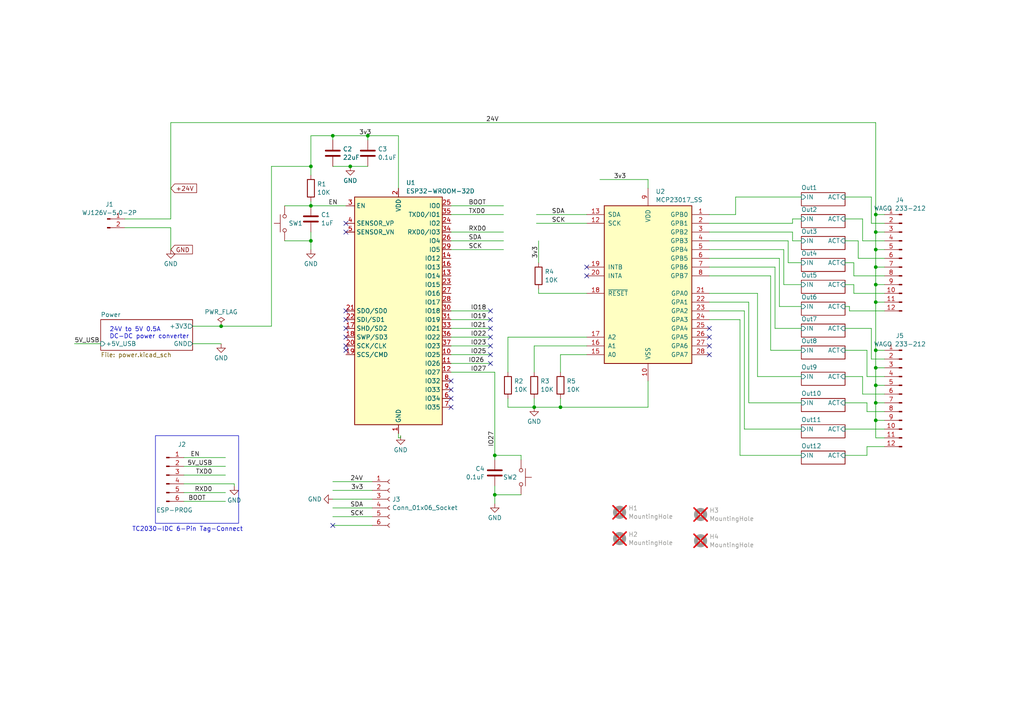
<source format=kicad_sch>
(kicad_sch (version 20231120) (generator "eeschema") (generator_version "8.0")
  (paper "A4")
  (lib_symbols
    (symbol "Connector:Conn_01x02_Pin" (pin_names (offset 1.016) hide)
      (property "Reference" "J" (at 0 2.54 0))
      (property "Value" "Conn_01x02_Pin" (at 0 -5.08 0))
      (symbol "Conn_01x02_Pin_1_1"
        (polyline (pts (xy 1.27 -2.54) (xy 0.8636 -2.54)) (stroke (width 0.1524)))
        (polyline (pts (xy 1.27 0) (xy 0.8636 0)) (stroke (width 0.1524)))
        (rectangle (start 0.8636 -2.413) (end 0 -2.667) (stroke (width 0.1524)) (fill (type outline)))
        (rectangle (start 0.8636 0.127) (end 0 -0.127) (stroke (width 0.1524)) (fill (type outline)))
        (pin passive line (at 5.08 0 180) (length 3.81) (name "Pin_1") (number "1"))
        (pin passive line (at 5.08 -2.54 180) (length 3.81) (name "Pin_2") (number "2"))
      )
    )
    (symbol "Connector:Conn_01x06_Pin" (pin_names (offset 1.016) hide)
      (property "Reference" "J" (at 0 7.62 0))
      (property "Value" "Conn_01x06_Pin" (at 0 -10.16 0))
      (symbol "Conn_01x06_Pin_1_1"
        (polyline (pts (xy 1.27 -7.62) (xy 0.8636 -7.62)) (stroke (width 0.1524)))
        (polyline (pts (xy 1.27 -5.08) (xy 0.8636 -5.08)) (stroke (width 0.1524)))
        (polyline (pts (xy 1.27 -2.54) (xy 0.8636 -2.54)) (stroke (width 0.1524)))
        (polyline (pts (xy 1.27 0) (xy 0.8636 0)) (stroke (width 0.1524)))
        (polyline (pts (xy 1.27 2.54) (xy 0.8636 2.54)) (stroke (width 0.1524)))
        (polyline (pts (xy 1.27 5.08) (xy 0.8636 5.08)) (stroke (width 0.1524)))
        (rectangle (start 0.8636 -7.493) (end 0 -7.747) (stroke (width 0.1524)) (fill (type outline)))
        (rectangle (start 0.8636 -4.953) (end 0 -5.207) (stroke (width 0.1524)) (fill (type outline)))
        (rectangle (start 0.8636 -2.413) (end 0 -2.667) (stroke (width 0.1524)) (fill (type outline)))
        (rectangle (start 0.8636 0.127) (end 0 -0.127) (stroke (width 0.1524)) (fill (type outline)))
        (rectangle (start 0.8636 2.667) (end 0 2.413) (stroke (width 0.1524)) (fill (type outline)))
        (rectangle (start 0.8636 5.207) (end 0 4.953) (stroke (width 0.1524)) (fill (type outline)))
        (pin passive line (at 5.08 5.08 180) (length 3.81) (name "Pin_1") (number "1"))
        (pin passive line (at 5.08 2.54 180) (length 3.81) (name "Pin_2") (number "2"))
        (pin passive line (at 5.08 0 180) (length 3.81) (name "Pin_3") (number "3"))
        (pin passive line (at 5.08 -2.54 180) (length 3.81) (name "Pin_4") (number "4"))
        (pin passive line (at 5.08 -5.08 180) (length 3.81) (name "Pin_5") (number "5"))
        (pin passive line (at 5.08 -7.62 180) (length 3.81) (name "Pin_6") (number "6"))
      )
    )
    (symbol "Connector:Conn_01x06_Socket" (pin_names (offset 1.016) hide)
      (property "Reference" "J" (at 0 7.62 0))
      (property "Value" "Conn_01x06_Socket" (at 0 -10.16 0))
      (symbol "Conn_01x06_Socket_1_1"
        (arc (start 0 -7.112) (mid -0.5058 -7.62) (end 0 -8.128) (stroke (width 0.1524)))
        (arc (start 0 -4.572) (mid -0.5058 -5.08) (end 0 -5.588) (stroke (width 0.1524)))
        (arc (start 0 -2.032) (mid -0.5058 -2.54) (end 0 -3.048) (stroke (width 0.1524)))
        (polyline (pts (xy -1.27 -7.62) (xy -0.508 -7.62)) (stroke (width 0.1524)))
        (polyline (pts (xy -1.27 -5.08) (xy -0.508 -5.08)) (stroke (width 0.1524)))
        (polyline (pts (xy -1.27 -2.54) (xy -0.508 -2.54)) (stroke (width 0.1524)))
        (polyline (pts (xy -1.27 0) (xy -0.508 0)) (stroke (width 0.1524)))
        (polyline (pts (xy -1.27 2.54) (xy -0.508 2.54)) (stroke (width 0.1524)))
        (polyline (pts (xy -1.27 5.08) (xy -0.508 5.08)) (stroke (width 0.1524)))
        (arc (start 0 0.508) (mid -0.5058 0) (end 0 -0.508) (stroke (width 0.1524)))
        (arc (start 0 3.048) (mid -0.5058 2.54) (end 0 2.032) (stroke (width 0.1524)))
        (arc (start 0 5.588) (mid -0.5058 5.08) (end 0 4.572) (stroke (width 0.1524)))
        (pin passive line (at -5.08 5.08 0) (length 3.81) (name "Pin_1") (number "1"))
        (pin passive line (at -5.08 2.54 0) (length 3.81) (name "Pin_2") (number "2"))
        (pin passive line (at -5.08 0 0) (length 3.81) (name "Pin_3") (number "3"))
        (pin passive line (at -5.08 -2.54 0) (length 3.81) (name "Pin_4") (number "4"))
        (pin passive line (at -5.08 -5.08 0) (length 3.81) (name "Pin_5") (number "5"))
        (pin passive line (at -5.08 -7.62 0) (length 3.81) (name "Pin_6") (number "6"))
      )
    )
    (symbol "Connector:Conn_01x12_Pin" (pin_names (offset 1.016) hide)
      (property "Reference" "J" (at 0 15.24 0))
      (property "Value" "Conn_01x12_Pin" (at 0 -17.78 0))
      (symbol "Conn_01x12_Pin_1_1"
        (polyline (pts (xy 1.27 -15.24) (xy 0.8636 -15.24)) (stroke (width 0.1524)))
        (polyline (pts (xy 1.27 -12.7) (xy 0.8636 -12.7)) (stroke (width 0.1524)))
        (polyline (pts (xy 1.27 -10.16) (xy 0.8636 -10.16)) (stroke (width 0.1524)))
        (polyline (pts (xy 1.27 -7.62) (xy 0.8636 -7.62)) (stroke (width 0.1524)))
        (polyline (pts (xy 1.27 -5.08) (xy 0.8636 -5.08)) (stroke (width 0.1524)))
        (polyline (pts (xy 1.27 -2.54) (xy 0.8636 -2.54)) (stroke (width 0.1524)))
        (polyline (pts (xy 1.27 0) (xy 0.8636 0)) (stroke (width 0.1524)))
        (polyline (pts (xy 1.27 2.54) (xy 0.8636 2.54)) (stroke (width 0.1524)))
        (polyline (pts (xy 1.27 5.08) (xy 0.8636 5.08)) (stroke (width 0.1524)))
        (polyline (pts (xy 1.27 7.62) (xy 0.8636 7.62)) (stroke (width 0.1524)))
        (polyline (pts (xy 1.27 10.16) (xy 0.8636 10.16)) (stroke (width 0.1524)))
        (polyline (pts (xy 1.27 12.7) (xy 0.8636 12.7)) (stroke (width 0.1524)))
        (rectangle (start 0.8636 -15.113) (end 0 -15.367) (stroke (width 0.1524)) (fill (type outline)))
        (rectangle (start 0.8636 -12.573) (end 0 -12.827) (stroke (width 0.1524)) (fill (type outline)))
        (rectangle (start 0.8636 -10.033) (end 0 -10.287) (stroke (width 0.1524)) (fill (type outline)))
        (rectangle (start 0.8636 -7.493) (end 0 -7.747) (stroke (width 0.1524)) (fill (type outline)))
        (rectangle (start 0.8636 -4.953) (end 0 -5.207) (stroke (width 0.1524)) (fill (type outline)))
        (rectangle (start 0.8636 -2.413) (end 0 -2.667) (stroke (width 0.1524)) (fill (type outline)))
        (rectangle (start 0.8636 0.127) (end 0 -0.127) (stroke (width 0.1524)) (fill (type outline)))
        (rectangle (start 0.8636 2.667) (end 0 2.413) (stroke (width 0.1524)) (fill (type outline)))
        (rectangle (start 0.8636 5.207) (end 0 4.953) (stroke (width 0.1524)) (fill (type outline)))
        (rectangle (start 0.8636 7.747) (end 0 7.493) (stroke (width 0.1524)) (fill (type outline)))
        (rectangle (start 0.8636 10.287) (end 0 10.033) (stroke (width 0.1524)) (fill (type outline)))
        (rectangle (start 0.8636 12.827) (end 0 12.573) (stroke (width 0.1524)) (fill (type outline)))
        (pin passive line (at 5.08 12.7 180) (length 3.81) (name "Pin_1") (number "1"))
        (pin passive line (at 5.08 -10.16 180) (length 3.81) (name "Pin_10") (number "10"))
        (pin passive line (at 5.08 -12.7 180) (length 3.81) (name "Pin_11") (number "11"))
        (pin passive line (at 5.08 -15.24 180) (length 3.81) (name "Pin_12") (number "12"))
        (pin passive line (at 5.08 10.16 180) (length 3.81) (name "Pin_2") (number "2"))
        (pin passive line (at 5.08 7.62 180) (length 3.81) (name "Pin_3") (number "3"))
        (pin passive line (at 5.08 5.08 180) (length 3.81) (name "Pin_4") (number "4"))
        (pin passive line (at 5.08 2.54 180) (length 3.81) (name "Pin_5") (number "5"))
        (pin passive line (at 5.08 0 180) (length 3.81) (name "Pin_6") (number "6"))
        (pin passive line (at 5.08 -2.54 180) (length 3.81) (name "Pin_7") (number "7"))
        (pin passive line (at 5.08 -5.08 180) (length 3.81) (name "Pin_8") (number "8"))
        (pin passive line (at 5.08 -7.62 180) (length 3.81) (name "Pin_9") (number "9"))
      )
    )
    (symbol "Device:C" (pin_numbers hide) (pin_names (offset 0.254))
      (property "Reference" "C" (at 0.635 2.54 0))
      (property "Value" "C" (at 0.635 -2.54 0))
      (symbol "C_0_1"
        (polyline (pts (xy -2.032 -0.762) (xy 2.032 -0.762)) (stroke (width 0.508)))
        (polyline (pts (xy -2.032 0.762) (xy 2.032 0.762)) (stroke (width 0.508)))
      )
      (symbol "C_1_1"
        (pin passive line (at 0 3.81 270) (length 2.794) (name "~") (number "1"))
        (pin passive line (at 0 -3.81 90) (length 2.794) (name "~") (number "2"))
      )
    )
    (symbol "Device:R" (pin_numbers hide) (pin_names (offset 0))
      (property "Reference" "R" (at 2.032 0 90))
      (property "Value" "R" (at 0 0 90))
      (symbol "R_0_1"
        (rectangle (start -1.016 -2.54) (end 1.016 2.54) (stroke (width 0.254)))
      )
      (symbol "R_1_1"
        (pin passive line (at 0 3.81 270) (length 1.27) (name "~") (number "1"))
        (pin passive line (at 0 -3.81 90) (length 1.27) (name "~") (number "2"))
      )
    )
    (symbol "Interface_Expansion:MCP23017_SS" (pin_names (offset 1.016))
      (property "Reference" "U" (at -11.43 24.13 0))
      (property "Value" "MCP23017_SS" (at 0 0 0))
      (symbol "MCP23017_SS_0_1"
        (rectangle (start -12.7 22.86) (end 12.7 -22.86) (stroke (width 0.254)) (fill (type background)))
      )
      (symbol "MCP23017_SS_1_1"
        (pin bidirectional line (at 17.78 20.32 180) (length 5.08) (name "GPB0") (number "1"))
        (pin power_in line (at 0 -27.94 90) (length 5.08) (name "VSS") (number "10"))
        (pin no_connect line (at -12.7 15.24 0) (length 5.08) hide (name "NC") (number "11"))
        (pin input line (at -17.78 17.78 0) (length 5.08) (name "SCK") (number "12"))
        (pin bidirectional line (at -17.78 20.32 0) (length 5.08) (name "SDA") (number "13"))
        (pin no_connect line (at -12.7 12.7 0) (length 5.08) hide (name "NC") (number "14"))
        (pin input line (at -17.78 -20.32 0) (length 5.08) (name "A0") (number "15"))
        (pin input line (at -17.78 -17.78 0) (length 5.08) (name "A1") (number "16"))
        (pin input line (at -17.78 -15.24 0) (length 5.08) (name "A2") (number "17"))
        (pin input line (at -17.78 -2.54 0) (length 5.08) (name "~{RESET}") (number "18"))
        (pin tri_state line (at -17.78 5.08 0) (length 5.08) (name "INTB") (number "19"))
        (pin bidirectional line (at 17.78 17.78 180) (length 5.08) (name "GPB1") (number "2"))
        (pin tri_state line (at -17.78 2.54 0) (length 5.08) (name "INTA") (number "20"))
        (pin bidirectional line (at 17.78 -2.54 180) (length 5.08) (name "GPA0") (number "21"))
        (pin bidirectional line (at 17.78 -5.08 180) (length 5.08) (name "GPA1") (number "22"))
        (pin bidirectional line (at 17.78 -7.62 180) (length 5.08) (name "GPA2") (number "23"))
        (pin bidirectional line (at 17.78 -10.16 180) (length 5.08) (name "GPA3") (number "24"))
        (pin bidirectional line (at 17.78 -12.7 180) (length 5.08) (name "GPA4") (number "25"))
        (pin bidirectional line (at 17.78 -15.24 180) (length 5.08) (name "GPA5") (number "26"))
        (pin bidirectional line (at 17.78 -17.78 180) (length 5.08) (name "GPA6") (number "27"))
        (pin bidirectional line (at 17.78 -20.32 180) (length 5.08) (name "GPA7") (number "28"))
        (pin bidirectional line (at 17.78 15.24 180) (length 5.08) (name "GPB2") (number "3"))
        (pin bidirectional line (at 17.78 12.7 180) (length 5.08) (name "GPB3") (number "4"))
        (pin bidirectional line (at 17.78 10.16 180) (length 5.08) (name "GPB4") (number "5"))
        (pin bidirectional line (at 17.78 7.62 180) (length 5.08) (name "GPB5") (number "6"))
        (pin bidirectional line (at 17.78 5.08 180) (length 5.08) (name "GPB6") (number "7"))
        (pin bidirectional line (at 17.78 2.54 180) (length 5.08) (name "GPB7") (number "8"))
        (pin power_in line (at 0 27.94 270) (length 5.08) (name "VDD") (number "9"))
      )
    )
    (symbol "Mechanical:MountingHole" (pin_names (offset 1.016))
      (property "Reference" "H" (at 0 5.08 0))
      (property "Value" "MountingHole" (at 0 3.175 0))
      (symbol "MountingHole_0_1"
        (circle (center 0 0) (radius 1.27) (stroke (width 1.27)))
      )
    )
    (symbol "RF_Module:ESP32-WROOM-32D"
      (property "Reference" "U" (at -12.7 34.29 0))
      (property "Value" "ESP32-WROOM-32D" (at 1.27 34.29 0))
      (symbol "ESP32-WROOM-32D_0_1"
        (rectangle (start -12.7 33.02) (end 12.7 -33.02) (stroke (width 0.254)) (fill (type background)))
      )
      (symbol "ESP32-WROOM-32D_1_1"
        (pin power_in line (at 0 -35.56 90) (length 2.54) (name "GND") (number "1"))
        (pin bidirectional line (at 15.24 -12.7 180) (length 2.54) (name "IO25") (number "10"))
        (pin bidirectional line (at 15.24 -15.24 180) (length 2.54) (name "IO26") (number "11"))
        (pin bidirectional line (at 15.24 -17.78 180) (length 2.54) (name "IO27") (number "12"))
        (pin bidirectional line (at 15.24 10.16 180) (length 2.54) (name "IO14") (number "13"))
        (pin bidirectional line (at 15.24 15.24 180) (length 2.54) (name "IO12") (number "14"))
        (pin passive line (at 0 -35.56 90) (length 2.54) hide (name "GND") (number "15"))
        (pin bidirectional line (at 15.24 12.7 180) (length 2.54) (name "IO13") (number "16"))
        (pin bidirectional line (at -15.24 -5.08 0) (length 2.54) (name "SHD/SD2") (number "17"))
        (pin bidirectional line (at -15.24 -7.62 0) (length 2.54) (name "SWP/SD3") (number "18"))
        (pin bidirectional line (at -15.24 -12.7 0) (length 2.54) (name "SCS/CMD") (number "19"))
        (pin power_in line (at 0 35.56 270) (length 2.54) (name "VDD") (number "2"))
        (pin bidirectional line (at -15.24 -10.16 0) (length 2.54) (name "SCK/CLK") (number "20"))
        (pin bidirectional line (at -15.24 0 0) (length 2.54) (name "SDO/SD0") (number "21"))
        (pin bidirectional line (at -15.24 -2.54 0) (length 2.54) (name "SDI/SD1") (number "22"))
        (pin bidirectional line (at 15.24 7.62 180) (length 2.54) (name "IO15") (number "23"))
        (pin bidirectional line (at 15.24 25.4 180) (length 2.54) (name "IO2") (number "24"))
        (pin bidirectional line (at 15.24 30.48 180) (length 2.54) (name "IO0") (number "25"))
        (pin bidirectional line (at 15.24 20.32 180) (length 2.54) (name "IO4") (number "26"))
        (pin bidirectional line (at 15.24 5.08 180) (length 2.54) (name "IO16") (number "27"))
        (pin bidirectional line (at 15.24 2.54 180) (length 2.54) (name "IO17") (number "28"))
        (pin bidirectional line (at 15.24 17.78 180) (length 2.54) (name "IO5") (number "29"))
        (pin input line (at -15.24 30.48 0) (length 2.54) (name "EN") (number "3"))
        (pin bidirectional line (at 15.24 0 180) (length 2.54) (name "IO18") (number "30"))
        (pin bidirectional line (at 15.24 -2.54 180) (length 2.54) (name "IO19") (number "31"))
        (pin no_connect line (at -12.7 -27.94 0) (length 2.54) hide (name "NC") (number "32"))
        (pin bidirectional line (at 15.24 -5.08 180) (length 2.54) (name "IO21") (number "33"))
        (pin bidirectional line (at 15.24 22.86 180) (length 2.54) (name "RXD0/IO3") (number "34"))
        (pin bidirectional line (at 15.24 27.94 180) (length 2.54) (name "TXD0/IO1") (number "35"))
        (pin bidirectional line (at 15.24 -7.62 180) (length 2.54) (name "IO22") (number "36"))
        (pin bidirectional line (at 15.24 -10.16 180) (length 2.54) (name "IO23") (number "37"))
        (pin passive line (at 0 -35.56 90) (length 2.54) hide (name "GND") (number "38"))
        (pin passive line (at 0 -35.56 90) (length 2.54) hide (name "GND") (number "39"))
        (pin input line (at -15.24 25.4 0) (length 2.54) (name "SENSOR_VP") (number "4"))
        (pin input line (at -15.24 22.86 0) (length 2.54) (name "SENSOR_VN") (number "5"))
        (pin input line (at 15.24 -25.4 180) (length 2.54) (name "IO34") (number "6"))
        (pin input line (at 15.24 -27.94 180) (length 2.54) (name "IO35") (number "7"))
        (pin bidirectional line (at 15.24 -20.32 180) (length 2.54) (name "IO32") (number "8"))
        (pin bidirectional line (at 15.24 -22.86 180) (length 2.54) (name "IO33") (number "9"))
      )
    )
    (symbol "Switch:SW_Push" (pin_numbers hide) (pin_names (offset 1.016) hide)
      (property "Reference" "SW" (at 1.27 2.54 0))
      (property "Value" "SW_Push" (at 0 -1.524 0))
      (symbol "SW_Push_0_1"
        (circle (center -2.032 0) (radius 0.508))
        (polyline (pts (xy 0 1.27) (xy 0 3.048)))
        (polyline (pts (xy 2.54 1.27) (xy -2.54 1.27)))
        (circle (center 2.032 0) (radius 0.508))
        (pin passive line (at -5.08 0 0) (length 2.54) (name "1") (number "1"))
        (pin passive line (at 5.08 0 180) (length 2.54) (name "2") (number "2"))
      )
    )
    (symbol "power:GND" (power) (pin_names (offset 0))
      (property "Value" "GND" (at 0 -3.81 0))
      (symbol "GND_0_1"
        (polyline (pts (xy 0 0) (xy 0 -1.27) (xy 1.27 -1.27) (xy 0 -2.54) (xy -1.27 -1.27) (xy 0 -1.27)))
      )
      (symbol "GND_1_1"
        (pin power_in line (at 0 0 270) (length 0) hide (name "GND") (number "1"))
      )
    )
    (symbol "power:PWR_FLAG" (power) (pin_numbers hide) (pin_names (offset 0) hide)
      (property "Value" "PWR_FLAG" (at 0 3.81 0))
      (symbol "PWR_FLAG_0_0"
        (pin power_out line (at 0 0 90) (length 0) (name "pwr") (number "1"))
      )
      (symbol "PWR_FLAG_0_1"
        (polyline (pts (xy 0 0) (xy 0 1.27) (xy -1.016 1.905) (xy 0 2.54) (xy 1.016 1.905) (xy 0 1.27)))
      )
    )
  )
  (junction (at 254 67.31))
  (junction (at 254 116.84))
  (junction (at 101.6 48.26))
  (junction (at 254 72.39))
  (junction (at 254 111.76))
  (junction (at 90.17 59.69))
  (junction (at 143.51 132.08))
  (junction (at 90.17 48.26))
  (junction (at 254 106.68))
  (junction (at 64.135 94.615))
  (junction (at 254 87.63))
  (junction (at 162.56 118.11))
  (junction (at 96.52 39.37))
  (junction (at 154.94 118.11))
  (junction (at 254 77.47))
  (junction (at 254 82.55))
  (junction (at 254 62.23))
  (junction (at 254 121.92))
  (junction (at 106.68 39.37))
  (junction (at 254 101.6))
  (junction (at 90.17 69.85))
  (junction (at 143.51 143.51))
  (no_connect (at 142.24 105.41))
  (no_connect (at 100.33 97.79))
  (no_connect (at 142.24 97.79))
  (no_connect (at 205.74 95.25))
  (no_connect (at 142.24 95.25))
  (no_connect (at 100.33 101.6))
  (no_connect (at 100.33 67.31))
  (no_connect (at 100.33 64.77))
  (no_connect (at 170.18 77.47))
  (no_connect (at 96.52 152.4))
  (no_connect (at 130.81 118.11))
  (no_connect (at 205.74 100.33))
  (no_connect (at 130.81 115.57))
  (no_connect (at 142.24 100.33))
  (no_connect (at 142.24 92.71))
  (no_connect (at 100.33 100.33))
  (no_connect (at 205.74 97.79))
  (no_connect (at 142.24 102.87))
  (no_connect (at 142.24 90.17))
  (no_connect (at 130.81 113.03))
  (no_connect (at 130.81 110.49))
  (no_connect (at 100.33 92.71))
  (no_connect (at 100.33 95.25))
  (no_connect (at 170.18 80.01))
  (no_connect (at 100.33 90.17))
  (no_connect (at 205.74 102.87))
  (wire (pts (xy 116.205 127) (xy 116.205 126.365)))
  (wire (pts (xy 246.38 90.17) (xy 256.54 90.17)))
  (wire (pts (xy 49.53 35.56) (xy 254 35.56)))
  (wire (pts (xy 96.52 149.86) (xy 107.95 149.86)))
  (wire (pts (xy 254 127) (xy 256.54 127)))
  (wire (pts (xy 254 67.31) (xy 256.54 67.31)))
  (wire (pts (xy 251.46 109.22) (xy 256.54 109.22)))
  (wire (pts (xy 250.19 114.3) (xy 256.54 114.3)))
  (wire (pts (xy 254 82.55) (xy 254 87.63)))
  (wire (pts (xy 130.81 72.39) (xy 146.05 72.39)))
  (wire (pts (xy 254 35.56) (xy 254 62.23)))
  (wire (pts (xy 205.74 85.09) (xy 219.71 85.09)))
  (wire (pts (xy 251.46 116.84) (xy 251.46 119.38)))
  (wire (pts (xy 143.51 132.08) (xy 143.51 133.35)))
  (wire (pts (xy 245.11 124.46) (xy 256.54 124.46)))
  (wire (pts (xy 143.51 107.95) (xy 143.51 132.08)))
  (wire (pts (xy 130.81 90.17) (xy 142.24 90.17)))
  (wire (pts (xy 252.73 57.15) (xy 252.73 64.77)))
  (wire (pts (xy 214.63 92.71) (xy 214.63 132.08)))
  (wire (pts (xy 254 72.39) (xy 256.54 72.39)))
  (wire (pts (xy 223.52 101.6) (xy 232.41 101.6)))
  (wire (pts (xy 21.59 99.695) (xy 29.21 99.695)))
  (wire (pts (xy 229.87 63.5) (xy 232.41 63.5)))
  (wire (pts (xy 147.32 107.95) (xy 147.32 97.79)))
  (wire (pts (xy 49.53 35.56) (xy 49.53 63.5)))
  (wire (pts (xy 96.52 142.24) (xy 107.95 142.24)))
  (wire (pts (xy 151.13 143.51) (xy 143.51 143.51)))
  (wire (pts (xy 67.945 140.335) (xy 67.945 140.97)))
  (wire (pts (xy 205.74 64.77) (xy 229.87 64.77)))
  (wire (pts (xy 205.74 62.23) (xy 213.36 62.23)))
  (wire (pts (xy 254 111.76) (xy 256.54 111.76)))
  (wire (pts (xy 156.21 69.85) (xy 156.21 76.2)))
  (wire (pts (xy 130.81 97.79) (xy 142.24 97.79)))
  (wire (pts (xy 90.17 69.85) (xy 90.17 67.31)))
  (wire (pts (xy 256.54 62.23) (xy 254 62.23)))
  (wire (pts (xy 215.9 90.17) (xy 215.9 124.46)))
  (wire (pts (xy 205.74 77.47) (xy 224.79 77.47)))
  (wire (pts (xy 130.81 95.25) (xy 142.24 95.25)))
  (wire (pts (xy 36.195 66.04) (xy 49.53 66.04)))
  (wire (pts (xy 215.9 124.46) (xy 232.41 124.46)))
  (wire (pts (xy 254 67.31) (xy 254 72.39)))
  (wire (pts (xy 226.06 88.9) (xy 232.41 88.9)))
  (wire (pts (xy 247.65 85.09) (xy 256.54 85.09)))
  (wire (pts (xy 246.38 88.9) (xy 246.38 90.17)))
  (wire (pts (xy 90.17 39.37) (xy 90.17 48.26)))
  (wire (pts (xy 205.74 87.63) (xy 217.17 87.63)))
  (wire (pts (xy 82.55 69.85) (xy 90.17 69.85)))
  (wire (pts (xy 130.81 62.23) (xy 146.05 62.23)))
  (wire (pts (xy 154.94 107.95) (xy 154.94 100.33)))
  (wire (pts (xy 254 111.76) (xy 254 116.84)))
  (wire (pts (xy 115.57 127) (xy 116.205 127)))
  (wire (pts (xy 65.405 137.795) (xy 53.34 137.795)))
  (wire (pts (xy 151.13 132.08) (xy 151.13 133.35)))
  (wire (pts (xy 251.46 132.08) (xy 251.46 129.54)))
  (wire (pts (xy 228.6 76.2) (xy 232.41 76.2)))
  (wire (pts (xy 106.68 39.37) (xy 115.57 39.37)))
  (wire (pts (xy 130.81 69.85) (xy 146.05 69.85)))
  (wire (pts (xy 96.52 39.37) (xy 106.68 39.37)))
  (wire (pts (xy 217.17 116.84) (xy 232.41 116.84)))
  (wire (pts (xy 205.74 69.85) (xy 228.6 69.85)))
  (wire (pts (xy 96.52 39.37) (xy 96.52 40.64)))
  (wire (pts (xy 156.21 85.09) (xy 170.18 85.09)))
  (wire (pts (xy 130.81 102.87) (xy 142.24 102.87)))
  (wire (pts (xy 187.96 110.49) (xy 187.96 118.11)))
  (wire (pts (xy 247.65 80.01) (xy 256.54 80.01)))
  (wire (pts (xy 251.46 119.38) (xy 256.54 119.38)))
  (wire (pts (xy 90.17 50.8) (xy 90.17 48.26)))
  (wire (pts (xy 226.06 74.93) (xy 226.06 88.9)))
  (wire (pts (xy 245.11 109.22) (xy 250.19 109.22)))
  (wire (pts (xy 205.74 74.93) (xy 226.06 74.93)))
  (wire (pts (xy 205.74 92.71) (xy 214.63 92.71)))
  (wire (pts (xy 78.74 94.615) (xy 78.74 48.26)))
  (wire (pts (xy 214.63 132.08) (xy 232.41 132.08)))
  (wire (pts (xy 205.74 72.39) (xy 227.33 72.39)))
  (wire (pts (xy 55.88 94.615) (xy 64.135 94.615)))
  (wire (pts (xy 223.52 80.01) (xy 223.52 101.6)))
  (wire (pts (xy 251.46 129.54) (xy 256.54 129.54)))
  (wire (pts (xy 219.71 109.22) (xy 232.41 109.22)))
  (wire (pts (xy 247.65 76.2) (xy 247.65 80.01)))
  (wire (pts (xy 130.81 92.71) (xy 142.24 92.71)))
  (wire (pts (xy 64.135 94.615) (xy 78.74 94.615)))
  (wire (pts (xy 251.46 101.6) (xy 251.46 109.22)))
  (wire (pts (xy 49.53 66.04) (xy 49.53 72.39)))
  (wire (pts (xy 245.11 95.25) (xy 252.73 95.25)))
  (wire (pts (xy 254 116.84) (xy 254 121.92)))
  (wire (pts (xy 96.52 144.78) (xy 107.95 144.78)))
  (wire (pts (xy 187.96 118.11) (xy 162.56 118.11)))
  (wire (pts (xy 254 101.6) (xy 254 106.68)))
  (wire (pts (xy 53.34 140.335) (xy 67.945 140.335)))
  (wire (pts (xy 250.19 63.5) (xy 250.19 69.85)))
  (wire (pts (xy 252.73 104.14) (xy 256.54 104.14)))
  (wire (pts (xy 100.33 59.69) (xy 90.17 59.69)))
  (wire (pts (xy 248.92 69.85) (xy 248.92 74.93)))
  (wire (pts (xy 65.405 135.255) (xy 53.34 135.255)))
  (wire (pts (xy 254 101.6) (xy 256.54 101.6)))
  (wire (pts (xy 205.74 67.31) (xy 229.87 67.31)))
  (wire (pts (xy 156.21 83.82) (xy 156.21 85.09)))
  (wire (pts (xy 229.87 67.31) (xy 229.87 69.85)))
  (wire (pts (xy 227.33 82.55) (xy 232.41 82.55)))
  (wire (pts (xy 130.81 105.41) (xy 142.24 105.41)))
  (wire (pts (xy 254 87.63) (xy 256.54 87.63)))
  (wire (pts (xy 154.94 115.57) (xy 154.94 118.11)))
  (wire (pts (xy 187.96 54.61) (xy 187.96 52.07)))
  (wire (pts (xy 252.73 95.25) (xy 252.73 104.14)))
  (wire (pts (xy 143.51 146.05) (xy 143.51 143.51)))
  (wire (pts (xy 162.56 102.87) (xy 170.18 102.87)))
  (wire (pts (xy 162.56 118.11) (xy 162.56 115.57)))
  (wire (pts (xy 173.99 52.07) (xy 187.96 52.07)))
  (wire (pts (xy 147.32 118.11) (xy 154.94 118.11)))
  (wire (pts (xy 245.11 63.5) (xy 250.19 63.5)))
  (wire (pts (xy 245.11 116.84) (xy 251.46 116.84)))
  (wire (pts (xy 254 116.84) (xy 256.54 116.84)))
  (wire (pts (xy 250.19 109.22) (xy 250.19 114.3)))
  (wire (pts (xy 254 77.47) (xy 254 82.55)))
  (wire (pts (xy 106.68 39.37) (xy 106.68 40.64)))
  (wire (pts (xy 143.51 143.51) (xy 143.51 140.97)))
  (wire (pts (xy 213.36 57.15) (xy 232.41 57.15)))
  (wire (pts (xy 229.87 69.85) (xy 232.41 69.85)))
  (wire (pts (xy 96.52 48.26) (xy 101.6 48.26)))
  (wire (pts (xy 151.13 132.08) (xy 143.51 132.08)))
  (wire (pts (xy 96.52 152.4) (xy 107.95 152.4)))
  (wire (pts (xy 248.92 74.93) (xy 256.54 74.93)))
  (wire (pts (xy 254 106.68) (xy 256.54 106.68)))
  (wire (pts (xy 254 87.63) (xy 254 101.6)))
  (wire (pts (xy 96.52 147.32) (xy 107.95 147.32)))
  (wire (pts (xy 219.71 85.09) (xy 219.71 109.22)))
  (wire (pts (xy 224.79 95.25) (xy 232.41 95.25)))
  (wire (pts (xy 250.19 69.85) (xy 256.54 69.85)))
  (wire (pts (xy 130.81 67.31) (xy 146.05 67.31)))
  (wire (pts (xy 247.65 82.55) (xy 247.65 85.09)))
  (wire (pts (xy 224.79 77.47) (xy 224.79 95.25)))
  (wire (pts (xy 90.17 59.69) (xy 90.17 58.42)))
  (wire (pts (xy 245.11 82.55) (xy 247.65 82.55)))
  (wire (pts (xy 217.17 87.63) (xy 217.17 116.84)))
  (wire (pts (xy 254 106.68) (xy 254 111.76)))
  (wire (pts (xy 228.6 69.85) (xy 228.6 76.2)))
  (wire (pts (xy 155.575 62.23) (xy 170.18 62.23)))
  (wire (pts (xy 154.94 100.33) (xy 170.18 100.33)))
  (wire (pts (xy 254 72.39) (xy 254 77.47)))
  (wire (pts (xy 82.55 59.69) (xy 90.17 59.69)))
  (wire (pts (xy 254 62.23) (xy 254 67.31)))
  (wire (pts (xy 65.405 145.415) (xy 53.34 145.415)))
  (wire (pts (xy 147.32 97.79) (xy 170.18 97.79)))
  (wire (pts (xy 227.33 72.39) (xy 227.33 82.55)))
  (wire (pts (xy 130.81 59.69) (xy 146.05 59.69)))
  (wire (pts (xy 245.11 101.6) (xy 251.46 101.6)))
  (wire (pts (xy 154.94 118.11) (xy 162.56 118.11)))
  (wire (pts (xy 162.56 107.95) (xy 162.56 102.87)))
  (wire (pts (xy 229.87 64.77) (xy 229.87 63.5)))
  (wire (pts (xy 55.88 99.695) (xy 64.135 99.695)))
  (wire (pts (xy 252.73 64.77) (xy 256.54 64.77)))
  (wire (pts (xy 65.405 142.875) (xy 53.34 142.875)))
  (wire (pts (xy 130.81 100.33) (xy 142.24 100.33)))
  (wire (pts (xy 101.6 48.26) (xy 106.68 48.26)))
  (wire (pts (xy 205.74 80.01) (xy 223.52 80.01)))
  (wire (pts (xy 245.11 69.85) (xy 248.92 69.85)))
  (wire (pts (xy 147.32 115.57) (xy 147.32 118.11)))
  (wire (pts (xy 115.57 125.73) (xy 115.57 127)))
  (wire (pts (xy 36.195 63.5) (xy 49.53 63.5)))
  (wire (pts (xy 254 77.47) (xy 256.54 77.47)))
  (wire (pts (xy 254 82.55) (xy 256.54 82.55)))
  (wire (pts (xy 65.405 132.715) (xy 53.34 132.715)))
  (wire (pts (xy 130.81 107.95) (xy 143.51 107.95)))
  (wire (pts (xy 213.36 62.23) (xy 213.36 57.15)))
  (wire (pts (xy 245.11 57.15) (xy 252.73 57.15)))
  (wire (pts (xy 78.74 48.26) (xy 90.17 48.26)))
  (wire (pts (xy 245.11 88.9) (xy 246.38 88.9)))
  (wire (pts (xy 205.74 90.17) (xy 215.9 90.17)))
  (wire (pts (xy 96.52 139.7) (xy 107.95 139.7)))
  (wire (pts (xy 155.575 64.77) (xy 170.18 64.77)))
  (wire (pts (xy 90.17 39.37) (xy 96.52 39.37)))
  (wire (pts (xy 245.11 76.2) (xy 247.65 76.2)))
  (wire (pts (xy 115.57 39.37) (xy 115.57 54.61)))
  (wire (pts (xy 90.17 72.39) (xy 90.17 69.85)))
  (wire (pts (xy 245.11 132.08) (xy 251.46 132.08)))
  (wire (pts (xy 254 121.92) (xy 256.54 121.92)))
  (wire (pts (xy 254 121.92) (xy 254 127)))
  (rectangle (start 45.085 151.765) (end 69.215 126.365))
  (text "24V to 5V 0.5A \nDC-DC power converter" (at 31.75 98.425 0) (effects (font (size 1.27 1.27)) (justify left bottom)))
  (text "TC2030-IDC 6-Pin Tag-Connect\n" (at 70.485 154.305 0) (effects (font (size 1.27 1.27)) (justify right bottom)))
  (label "EN" (at 95.25 59.69 0))
  (label "IO23" (at 136.525 100.33 0))
  (label "SDA" (at 160.02 62.23 0))
  (label "3v3" (at 156.21 74.93 90))
  (label "3v3" (at 181.61 52.07 180))
  (label "IO26" (at 135.89 105.41 0))
  (label "5V_USB" (at 21.59 99.695 0))
  (label "SDA" (at 135.89 69.85 0))
  (label "IO25" (at 136.525 102.87 0))
  (label "EN" (at 55.245 132.715 0))
  (label "24V" (at 140.97 35.56 0))
  (label "3v3" (at 104.14 39.37 0))
  (label "SCK" (at 135.89 72.39 0))
  (label "TXD0" (at 135.89 62.23 0))
  (label "IO18" (at 136.525 90.17 0))
  (label "IO21" (at 136.525 95.25 0))
  (label "IO22" (at 136.525 97.79 0))
  (label "IO27" (at 143.51 129.54 90))
  (label "3v3" (at 105.41 142.24 180))
  (label "BOOT" (at 54.61 145.415 0))
  (label "SDA" (at 101.6 147.32 0))
  (label "SCK" (at 101.6 149.86 0))
  (label "BOOT" (at 135.89 59.69 0))
  (label "RXD0" (at 61.595 142.875 180))
  (label "5V_USB" (at 61.595 135.255 180))
  (label "RXD0" (at 135.89 67.31 0))
  (label "IO19" (at 136.525 92.71 0))
  (label "24V" (at 101.6 139.7 0))
  (label "SCK" (at 160.02 64.77 0))
  (label "TXD0" (at 61.595 137.795 180))
  (label "IO27" (at 136.525 107.95 0))
  (global_label "GND" (shape input) (at 49.53 72.39 0) (property "Intersheetrefs" "${INTERSHEET_REFS}" (effects (hide yes))))
  (global_label "+24V" (shape input) (at 49.53 54.61 0) (property "Intersheetrefs" "${INTERSHEET_REFS}" (effects (hide yes))))
  (symbol (lib_id "power:GND") (at 143.51 146.05 0) (mirror y) (unit 1)
    (property "Reference" "#PWR08" (effects (hide yes)))
    (property "Value" "GND" (at 143.51 150.1831 0))
  )
  (symbol (lib_id "Device:C") (at 90.17 63.5 0) (unit 1)
    (property "Reference" "C1" (at 93.091 62.2878 0) (effects (justify left)))
    (property "Value" "1uF" (at 93.091 64.7121 0) (effects (justify left)))
    (property "Footprint" "Capacitor_SMD:C_0805_2012Metric" (effects (hide yes)))
    (property "Description" "Unpolarized capacitor" (effects (hide yes)))
  )
  (symbol (lib_id "Device:R") (at 90.17 54.61 0) (unit 1)
    (property "Reference" "R1" (at 91.948 53.3978 0) (effects (justify left)))
    (property "Value" "10K" (at 91.948 55.8221 0) (effects (justify left)))
    (property "Footprint" "Resistor_SMD:R_0805_2012Metric" (effects (hide yes)))
  )
  (symbol (lib_id "Switch:SW_Push") (at 82.55 64.77 90) (unit 1)
    (property "Reference" "SW1" (at 83.693 64.77 90) (effects (justify right)))
    (property "Value" "Reset" (effects (hide yes)))
    (property "Footprint" "Button_Switch_SMD:SW_Push_1P1T_NO_Vertical_Wuerth_434133025816" (effects (hide yes)))
    (property "Description" "Push button switch, generic, two pins" (effects (hide yes)))
  )
  (symbol (lib_id "Mechanical:MountingHole") (at 179.705 148.59 0) (unit 1) (in_bom no) (dnp yes)
    (property "Reference" "H1" (at 182.245 147.3779 0) (effects (justify left)))
    (property "Value" "MountingHole" (at 182.245 149.8021 0) (effects (justify left)))
    (property "Footprint" "MountingHole:MountingHole_3.2mm_M3" (effects (hide yes)))
  )
  (symbol (lib_id "Device:R") (at 154.94 111.76 0) (unit 1)
    (property "Reference" "R3" (at 156.718 110.5478 0) (effects (justify left)))
    (property "Value" "10K" (at 156.718 112.9721 0) (effects (justify left)))
    (property "Footprint" "Resistor_SMD:R_0805_2012Metric" (effects (hide yes)))
  )
  (symbol (lib_id "RF_Module:ESP32-WROOM-32D") (at 115.57 90.17 0) (unit 1)
    (property "Reference" "U1" (at 117.7641 53.0057 0) (effects (justify left)))
    (property "Value" "ESP32-WROOM-32D" (at 117.7641 55.4299 0) (effects (justify left)))
    (property "Footprint" "My Footprints:ESP32-WROOM-32-0.3-via" (effects (hide yes)))
    (property "Datasheet" "https://www.espressif.com/sites/default/files/documentation/esp32-wroom-32d_esp32-wroom-32u_datasheet_en.pdf" (effects (hide yes)))
  )
  (symbol (lib_id "power:GND") (at 116.205 126.365 0) (unit 1)
    (property "Reference" "#PWR07" (effects (hide yes)))
    (property "Value" "GND" (at 116.205 130.4981 0))
  )
  (symbol (lib_id "Device:R") (at 147.32 111.76 0) (unit 1)
    (property "Reference" "R2" (at 149.098 110.5478 0) (effects (justify left)))
    (property "Value" "10K" (at 149.098 112.9721 0) (effects (justify left)))
    (property "Footprint" "Resistor_SMD:R_0805_2012Metric" (effects (hide yes)))
  )
  (symbol (lib_id "Connector:Conn_01x12_Pin") (at 261.62 74.93 0) (mirror y) (unit 1)
    (property "Reference" "J4" (at 260.985 58.0093 0))
    (property "Value" "WAGO 233-212" (at 260.985 60.4336 0))
    (property "Footprint" "WAGO:CONN_233-112_WAG" (effects (hide yes)))
    (property "Description" "Generic connector, single row, 01x12, script generated" (effects (hide yes)))
  )
  (symbol (lib_id "Connector:Conn_01x06_Pin") (at 48.26 137.795 0) (unit 1)
    (property "Reference" "J2" (at 53.975 128.905 0) (effects (justify right)))
    (property "Value" "ESP-PROG" (at 55.88 147.955 0) (effects (justify right)))
    (property "Footprint" "Connector:Tag-Connect_TC2030-IDC-FP_2x03_P1.27mm_Vertical" (effects (hide yes)))
  )
  (symbol (lib_id "power:GND") (at 49.53 72.39 0) (unit 1)
    (property "Reference" "#PWR01" (effects (hide yes)))
    (property "Value" "GND" (at 49.53 76.5231 0))
  )
  (symbol (lib_id "Interface_Expansion:MCP23017_SS") (at 187.96 82.55 0) (unit 1)
    (property "Reference" "U2" (at 190.1541 55.5455 0) (effects (justify left)))
    (property "Value" "MCP23017_SS" (at 190.1541 57.9698 0) (effects (justify left)))
    (property "Footprint" "Package_SO:SSOP-28_5.3x10.2mm_P0.65mm" (effects (hide yes)))
    (property "Datasheet" "http://ww1.microchip.com/downloads/en/DeviceDoc/20001952C.pdf" (effects (hide yes)))
    (property "Description" "16-bit I/O expander, I2C, interrupts, w pull-ups, SSOP-28" (effects (hide yes)))
  )
  (symbol (lib_id "power:PWR_FLAG") (at 64.135 94.615 0) (unit 1)
    (property "Reference" "#FLG01" (effects (hide yes)))
    (property "Value" "PWR_FLAG" (at 64.135 90.4819 0))
  )
  (symbol (lib_id "Switch:SW_Push") (at 151.13 138.43 270) (mirror x) (unit 1)
    (property "Reference" "SW2" (at 149.987 138.43 90) (effects (justify right)))
    (property "Value" "Test" (effects (hide yes)))
    (property "Footprint" "Button_Switch_SMD:SW_Push_1P1T_NO_Vertical_Wuerth_434133025816" (effects (hide yes)))
    (property "Description" "Push button switch, generic, two pins" (effects (hide yes)))
  )
  (symbol (lib_id "Device:C") (at 106.68 44.45 0) (unit 1)
    (property "Reference" "C3" (at 109.601 43.2378 0) (effects (justify left)))
    (property "Value" "0.1uF" (at 109.601 45.6621 0) (effects (justify left)))
    (property "Footprint" "Capacitor_SMD:C_0805_2012Metric" (effects (hide yes)))
    (property "Description" "Unpolarized capacitor" (effects (hide yes)))
  )
  (symbol (lib_id "Connector:Conn_01x02_Pin") (at 31.115 63.5 0) (unit 1)
    (property "Reference" "J1" (at 31.75 59.2795 0))
    (property "Value" "WJ126V-5.0-2P" (at 31.75 61.7037 0))
    (property "Footprint" "My Footprints:WJ500V-5.08-2P" (effects (hide yes)))
  )
  (symbol (lib_id "power:GND") (at 154.94 118.11 0) (unit 1)
    (property "Reference" "#PWR09" (effects (hide yes)))
    (property "Value" "GND" (at 154.94 122.2431 0))
  )
  (symbol (lib_id "Connector:Conn_01x12_Pin") (at 261.62 114.3 0) (mirror y) (unit 1)
    (property "Reference" "J5" (at 260.985 97.3793 0))
    (property "Value" "WAGO 233-212" (at 260.985 99.8036 0))
    (property "Footprint" "WAGO:CONN_233-112_WAG" (effects (hide yes)))
    (property "Description" "Generic connector, single row, 01x12, script generated" (effects (hide yes)))
  )
  (symbol (lib_id "power:GND") (at 96.52 144.78 270) (mirror x) (unit 1)
    (property "Reference" "#PWR05" (effects (hide yes)))
    (property "Value" "GND" (at 93.3451 144.78 90) (effects (justify right)))
  )
  (symbol (lib_id "Device:C") (at 96.52 44.45 0) (unit 1)
    (property "Reference" "C2" (at 99.441 43.2378 0) (effects (justify left)))
    (property "Value" "22uF" (at 99.441 45.6621 0) (effects (justify left)))
    (property "Footprint" "Capacitor_SMD:C_0805_2012Metric" (effects (hide yes)))
    (property "Description" "Unpolarized capacitor" (effects (hide yes)))
  )
  (symbol (lib_id "Connector:Conn_01x06_Socket") (at 113.03 144.78 0) (unit 1)
    (property "Reference" "J3" (at 113.7412 144.8378 0) (effects (justify left)))
    (property "Value" "Conn_01x06_Socket" (at 113.7412 147.2621 0) (effects (justify left)))
    (property "Footprint" "Connector_JST:JST_EH_B6B-EH-A_1x06_P2.50mm_Vertical" (effects (hide yes)))
    (property "Description" "Generic connector, single row, 01x06, script generated" (effects (hide yes)))
  )
  (symbol (lib_id "Device:C") (at 143.51 137.16 0) (mirror y) (unit 1)
    (property "Reference" "C4" (at 140.589 135.9478 0) (effects (justify left)))
    (property "Value" "0.1uF" (at 140.589 138.3721 0) (effects (justify left)))
    (property "Footprint" "Capacitor_SMD:C_0805_2012Metric" (effects (hide yes)))
    (property "Description" "Unpolarized capacitor" (effects (hide yes)))
  )
  (symbol (lib_id "power:GND") (at 64.135 99.695 0) (unit 1)
    (property "Reference" "#PWR02" (effects (hide yes)))
    (property "Value" "GND" (at 64.135 103.8281 0))
  )
  (symbol (lib_id "Device:R") (at 156.21 80.01 0) (unit 1)
    (property "Reference" "R4" (at 157.988 78.7978 0) (effects (justify left)))
    (property "Value" "10K" (at 157.988 81.2221 0) (effects (justify left)))
    (property "Footprint" "Resistor_SMD:R_0805_2012Metric" (effects (hide yes)))
  )
  (symbol (lib_id "Mechanical:MountingHole") (at 203.2 156.845 0) (unit 1) (in_bom no) (dnp yes)
    (property "Reference" "H4" (at 205.74 155.6329 0) (effects (justify left)))
    (property "Value" "MountingHole" (at 205.74 158.0571 0) (effects (justify left)))
    (property "Footprint" "MountingHole:MountingHole_3.2mm_M3" (effects (hide yes)))
  )
  (symbol (lib_id "Device:R") (at 162.56 111.76 0) (unit 1)
    (property "Reference" "R5" (at 164.338 110.5478 0) (effects (justify left)))
    (property "Value" "10K" (at 164.338 112.9721 0) (effects (justify left)))
    (property "Footprint" "Resistor_SMD:R_0805_2012Metric" (effects (hide yes)))
  )
  (symbol (lib_id "Mechanical:MountingHole") (at 203.2 149.225 0) (unit 1) (in_bom no) (dnp yes)
    (property "Reference" "H3" (at 205.74 148.0129 0) (effects (justify left)))
    (property "Value" "MountingHole" (at 205.74 150.4371 0) (effects (justify left)))
    (property "Footprint" "MountingHole:MountingHole_3.2mm_M3" (effects (hide yes)))
  )
  (symbol (lib_id "Mechanical:MountingHole") (at 179.705 156.21 0) (unit 1) (in_bom no) (dnp yes)
    (property "Reference" "H2" (at 182.245 154.9979 0) (effects (justify left)))
    (property "Value" "MountingHole" (at 182.245 157.4221 0) (effects (justify left)))
    (property "Footprint" "MountingHole:MountingHole_3.2mm_M3" (effects (hide yes)))
  )
  (symbol (lib_id "power:GND") (at 90.17 72.39 0) (unit 1)
    (property "Reference" "#PWR04" (effects (hide yes)))
    (property "Value" "GND" (at 90.17 76.5231 0))
  )
  (symbol (lib_id "power:GND") (at 101.6 48.26 0) (unit 1)
    (property "Reference" "#PWR06" (effects (hide yes)))
    (property "Value" "GND" (at 101.6 52.3931 0))
  )
  (symbol (lib_id "power:GND") (at 67.945 140.97 0) (mirror y) (unit 1)
    (property "Reference" "#PWR03" (effects (hide yes)))
    (property "Value" "GND" (at 67.945 145.1031 0))
  )
  (sheet (at 232.41 93.98) (size 12.7 3.81) (stroke (width 0.1524))
    (property "Sheetname" "Out7" (at 232.41 93.2684 0) (effects (justify left bottom)))
    (property "Sheetfile" "outputs.kicad_sch" (effects (hide yes)))
    (pin "IN" input (at 232.41 95.25 180))
    (pin "ACT" input (at 245.11 95.25 0))
  )
  (sheet (at 232.41 68.58) (size 12.7 3.81) (stroke (width 0.1524))
    (property "Sheetname" "Out3" (at 232.41 67.8684 0) (effects (justify left bottom)))
    (property "Sheetfile" "outputs.kicad_sch" (effects (hide yes)))
    (pin "IN" input (at 232.41 69.85 180))
    (pin "ACT" input (at 245.11 69.85 0))
  )
  (sheet (at 232.41 74.93) (size 12.7 3.81) (stroke (width 0.1524))
    (property "Sheetname" "Out4" (at 232.41 74.2184 0) (effects (justify left bottom)))
    (property "Sheetfile" "outputs.kicad_sch" (effects (hide yes)))
    (pin "IN" input (at 232.41 76.2 180))
    (pin "ACT" input (at 245.11 76.2 0))
  )
  (sheet (at 232.41 130.81) (size 12.7 3.81) (stroke (width 0.1524))
    (property "Sheetname" "Out12" (at 232.41 130.0984 0) (effects (justify left bottom)))
    (property "Sheetfile" "outputs.kicad_sch" (effects (hide yes)))
    (pin "IN" input (at 232.41 132.08 180))
    (pin "ACT" input (at 245.11 132.08 0))
  )
  (sheet (at 232.41 87.63) (size 12.7 3.81) (stroke (width 0.1524))
    (property "Sheetname" "Out6" (at 232.41 86.9184 0) (effects (justify left bottom)))
    (property "Sheetfile" "outputs.kicad_sch" (effects (hide yes)))
    (pin "IN" input (at 232.41 88.9 180))
    (pin "ACT" input (at 245.11 88.9 0))
  )
  (sheet (at 232.41 107.95) (size 12.7 3.81) (stroke (width 0.1524))
    (property "Sheetname" "Out9" (at 232.41 107.2384 0) (effects (justify left bottom)))
    (property "Sheetfile" "outputs.kicad_sch" (effects (hide yes)))
    (pin "IN" input (at 232.41 109.22 180))
    (pin "ACT" input (at 245.11 109.22 0))
  )
  (sheet (at 29.21 92.71) (size 26.67 8.89) (stroke (width 0.1524))
    (property "Sheetname" "Power" (at 29.21 91.9984 0) (effects (justify left bottom)))
    (property "Sheetfile" "power.kicad_sch" (at 29.21 102.1846 0) (effects (justify left top)))
    (pin "+3V3" output (at 55.88 94.615 0))
    (pin "+5V_USB" input (at 29.21 99.695 180))
    (pin "GND" output (at 55.88 99.695 0))
  )
  (sheet (at 232.41 81.28) (size 12.7 3.81) (stroke (width 0.1524))
    (property "Sheetname" "Out5" (at 232.41 80.5684 0) (effects (justify left bottom)))
    (property "Sheetfile" "outputs.kicad_sch" (effects (hide yes)))
    (pin "IN" input (at 232.41 82.55 180))
    (pin "ACT" input (at 245.11 82.55 0))
  )
  (sheet (at 232.41 62.23) (size 12.7 3.81) (stroke (width 0.1524))
    (property "Sheetname" "Out2" (at 232.41 61.5184 0) (effects (justify left bottom)))
    (property "Sheetfile" "outputs.kicad_sch" (effects (hide yes)))
    (pin "IN" input (at 232.41 63.5 180))
    (pin "ACT" input (at 245.11 63.5 0))
  )
  (sheet (at 232.41 115.57) (size 12.7 3.81) (stroke (width 0.1524))
    (property "Sheetname" "Out10" (at 232.41 114.8584 0) (effects (justify left bottom)))
    (property "Sheetfile" "outputs.kicad_sch" (effects (hide yes)))
    (pin "IN" input (at 232.41 116.84 180))
    (pin "ACT" input (at 245.11 116.84 0))
  )
  (sheet (at 232.41 55.88) (size 12.7 3.81) (stroke (width 0.1524))
    (property "Sheetname" "Out1" (at 232.41 55.1684 0) (effects (justify left bottom)))
    (property "Sheetfile" "outputs.kicad_sch" (effects (hide yes)))
    (pin "IN" input (at 232.41 57.15 180))
    (pin "ACT" input (at 245.11 57.15 0))
  )
  (sheet (at 232.41 100.33) (size 12.7 3.81) (stroke (width 0.1524))
    (property "Sheetname" "Out8" (at 232.41 99.6184 0) (effects (justify left bottom)))
    (property "Sheetfile" "outputs.kicad_sch" (effects (hide yes)))
    (pin "IN" input (at 232.41 101.6 180))
    (pin "ACT" input (at 245.11 101.6 0))
  )
  (sheet (at 232.41 123.19) (size 12.7 3.81) (stroke (width 0.1524))
    (property "Sheetname" "Out11" (at 232.41 122.4784 0) (effects (justify left bottom)))
    (property "Sheetfile" "outputs.kicad_sch" (effects (hide yes)))
    (pin "IN" input (at 232.41 124.46 180))
    (pin "ACT" input (at 245.11 124.46 0))
  )
)
</source>
